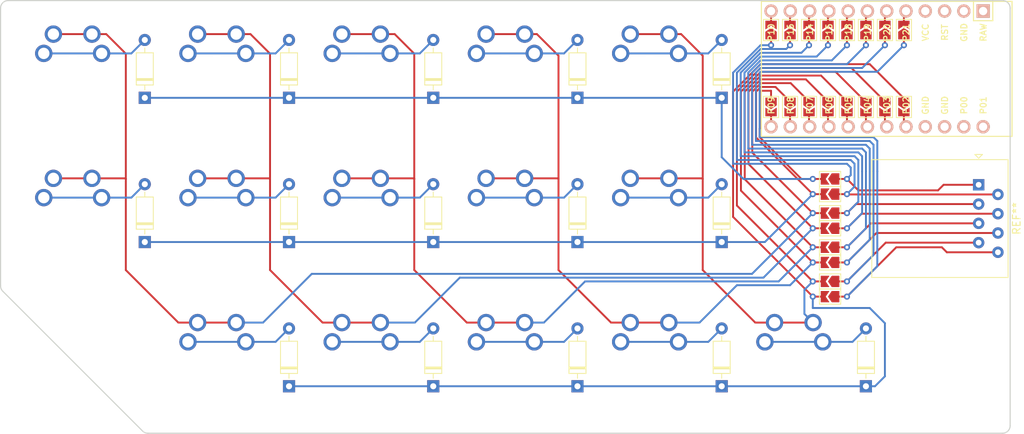
<source format=kicad_pcb>
(kicad_pcb (version 20211014) (generator pcbnew)
  (title_block (title "skinflint") (rev "v1.0.0") (company "Unknown"))
  (layers (0 "F.Cu" signal) (31 "B.Cu" signal) (34 "B.Paste" user) (35 "F.Paste" user) (36 "B.SilkS" user "B.Silkscreen") (37 "F.SilkS" user "F.Silkscreen") (38 "B.Mask" user) (39 "F.Mask" user) (44 "Edge.Cuts" user))
  (net 0 "")
  (net 1 "colnet1")
  (net 2 "rownet1")
  (net 3 "rownet2")
  (net 4 "rownet3")
  (net 5 "colnet2")
  (net 6 "colnet3")
  (net 7 "colnet4")
  (net 8 "colnet5")
  (net 9 "RAW")
  (net 10 "GND")
  (net 11 "RST")
  (net 12 "VCC")
  (net 13 "P1")
  (net 14 "P0")
  (footprint "Diode_THT:D_DO-35_SOD27_P7.62mm_Horizontal" (layer "F.Cu") (at 85.5 -34.69 90)
    (fp_text reference "R" hide)
    (fp_text value "d" hide)
  )
  (footprint "Jumper:SolderJumper-2_P1.3mm_Open_TrianglePad1.0x1.5mm" (layer "F.Cu") (at 102.002 -33.481889 -90)
    (fp_text reference "r" hide)
    (fp_text value "Jump" hide)
  )
  (footprint "Diode_THT:D_DO-35_SOD27_P7.62mm_Horizontal" (layer "F.Cu") (at 47.5 -15.69 90)
    (fp_text reference "R" hide)
    (fp_text value "d" hide)
  )
  (footprint "MX" (layer "F.Cu") (at 57 -38)
    (fp_text reference "S12" hide)
    (fp_text value "" hide)
  )
  (footprint "Diode_THT:D_DO-35_SOD27_P7.62mm_Horizontal" (layer "F.Cu") (at 66.5 -34.69 90)
    (fp_text reference "R" hide)
    (fp_text value "d" hide)
  )
  (footprint "Jumper:SolderJumper-2_P1.3mm_Open_TrianglePad1.0x1.5mm" (layer "F.Cu") (at 99.775 -22 180)
    (fp_text reference "R" hide)
    (fp_text value "Jump" hide)
  )
  (footprint "MX" (layer "F.Cu") (at 76 -19)
    (fp_text reference "S14" hide)
    (fp_text value "" hide)
  )
  (footprint "Jumper:SolderJumper-2_P1.3mm_Open_TrianglePad1.0x1.5mm" (layer "F.Cu") (at 107.002 -43.62 90)
    (fp_text reference "r" hide)
    (fp_text value "Jump" hide)
  )
  (footprint "Jumper:SolderJumper-2_P1.3mm_Open_TrianglePad1.0x1.5mm" (layer "F.Cu") (at 94.502 -33.481889 -90)
    (fp_text reference "r" hide)
    (fp_text value "Jump" hide)
  )
  (footprint "Diode_THT:D_DO-35_SOD27_P7.62mm_Horizontal" (layer "F.Cu") (at 9.5 -15.69 90)
    (fp_text reference "R" hide)
    (fp_text value "d" hide)
  )
  (footprint "ProMicro" (layer "F.Cu") (at 105.97 -38.5 180)
    (fp_text reference "MCU1" hide)
    (fp_text value "" hide)
  )
  (footprint "Jumper:SolderJumper-2_P1.3mm_Open_TrianglePad1.0x1.5mm" (layer "F.Cu") (at 99.775 -19.5 180)
    (fp_text reference "R" hide)
    (fp_text value "Jump" hide)
  )
  (footprint "MX" (layer "F.Cu") (at 19 -19)
    (fp_text reference "S5" hide)
    (fp_text value "" hide)
  )
  (footprint "Jumper:SolderJumper-2_P1.3mm_Open_TrianglePad1.0x1.5mm" (layer "F.Cu") (at 99.775 -15 180)
    (fp_text reference "R" hide)
    (fp_text value "Jump" hide)
  )
  (footprint "Jumper:SolderJumper-2_P1.3mm_Open_TrianglePad1.0x1.5mm" (layer "F.Cu") (at 109.502 -43.62 90)
    (fp_text reference "r" hide)
    (fp_text value "Jump" hide)
  )
  (footprint "Diode_THT:D_DO-35_SOD27_P7.62mm_Horizontal" (layer "F.Cu") (at 66.5 3.31 90)
    (fp_text reference "R" hide)
    (fp_text value "d" hide)
  )
  (footprint "Diode_THT:D_DO-35_SOD27_P7.62mm_Horizontal" (layer "F.Cu") (at 28.5 -15.69 90)
    (fp_text reference "R" hide)
    (fp_text value "d" hide)
  )
  (footprint "MX" (layer "F.Cu") (at 0 -19)
    (fp_text reference "S2" hide)
    (fp_text value "" hide)
  )
  (footprint "Jumper:SolderJumper-2_P1.3mm_Open_TrianglePad1.0x1.5mm" (layer "F.Cu") (at 97.002 -43.62 90)
    (fp_text reference "r" hide)
    (fp_text value "Jump" hide)
  )
  (footprint "MX" (layer "F.Cu") (at 19 0)
    (fp_text reference "S1" hide)
    (fp_text value "" hide)
  )
  (footprint "Jumper:SolderJumper-2_P1.3mm_Open_TrianglePad1.0x1.5mm" (layer "F.Cu") (at 104.502 -43.62 90)
    (fp_text reference "r" hide)
    (fp_text value "Jump" hide)
  )
  (footprint "Jumper:SolderJumper-2_P1.3mm_Open_TrianglePad1.0x1.5mm" (layer "F.Cu") (at 102.002 -43.62 90)
    (fp_text reference "r" hide)
    (fp_text value "Jump" hide)
  )
  (footprint "Jumper:SolderJumper-2_P1.3mm_Open_TrianglePad1.0x1.5mm" (layer "F.Cu") (at 107.002 -33.481889 -90)
    (fp_text reference "r" hide)
    (fp_text value "Jump" hide)
  )
  (footprint "MX" (layer "F.Cu") (at 38 -38)
    (fp_text reference "S9" hide)
    (fp_text value "" hide)
  )
  (footprint "Jumper:SolderJumper-2_P1.3mm_Open_TrianglePad1.0x1.5mm" (layer "F.Cu") (at 99.775 -17.5 180)
    (fp_text reference "R" hide)
    (fp_text value "Jump" hide)
  )
  (footprint "Jumper:SolderJumper-2_P1.3mm_Open_TrianglePad1.0x1.5mm" (layer "F.Cu") (at 109.502 -33.481889 -90)
    (fp_text reference "r" hide)
    (fp_text value "Jump" hide)
  )
  (footprint "MX" (layer "F.Cu") (at 57 -19)
    (fp_text reference "S11" hide)
    (fp_text value "" hide)
  )
  (footprint "Diode_THT:D_DO-35_SOD27_P7.62mm_Horizontal" (layer "F.Cu") (at 28.5 3.31 90)
    (fp_text reference "R" hide)
    (fp_text value "d" hide)
  )
  (footprint "MX" (layer "F.Cu") (at 38 0)
    (fp_text reference "S4" hide)
    (fp_text value "" hide)
  )
  (footprint "Jumper:SolderJumper-2_P1.3mm_Open_TrianglePad1.0x1.5mm" (layer "F.Cu") (at 94.502 -43.62 90)
    (fp_text reference "r" hide)
    (fp_text value "Jump" hide)
  )
  (footprint "Jumper:SolderJumper-2_P1.3mm_Open_TrianglePad1.0x1.5mm" (layer "F.Cu") (at 99.775 -8.5 180)
    (fp_text reference "R" hide)
    (fp_text value "Jump" hide)
  )
  (footprint "Jumper:SolderJumper-2_P1.3mm_Open_TrianglePad1.0x1.5mm" (layer "F.Cu") (at 99.502 -43.62 90)
    (fp_text reference "r" hide)
    (fp_text value "Jump" hide)
  )
  (footprint "Diode_THT:D_DO-35_SOD27_P7.62mm_Horizontal" (layer "F.Cu") (at 85.5 -15.69 90)
    (fp_text reference "R" hide)
    (fp_text value "d" hide)
  )
  (footprint "Diode_THT:D_DO-35_SOD27_P7.62mm_Horizontal" (layer "F.Cu") (at 47.5 -34.69 90)
    (fp_text reference "R" hide)
    (fp_text value "d" hide)
  )
  (footprint "Connector_RJ:RJ45_Amphenol_54602-x08_Horizontal" (layer "F.Cu") (at 119.35 -23.23 -90)
    (fp_text reference "REF**")
    (fp_text value "RJ45_Amphenol_54602-x08_Horizontal")
  )
  (footprint "Diode_THT:D_DO-35_SOD27_P7.62mm_Horizontal" (layer "F.Cu") (at 47.5 3.31 90)
    (fp_text reference "R" hide)
    (fp_text value "d" hide)
  )
  (footprint "Diode_THT:D_DO-35_SOD27_P7.62mm_Horizontal" (layer "F.Cu") (at 28.5 -34.69 90)
    (fp_text reference "R" hide)
    (fp_text value "d" hide)
  )
  (footprint "MX" (layer "F.Cu") (at 57 0)
    (fp_text reference "S7" hide)
    (fp_text value "" hide)
  )
  (footprint "Jumper:SolderJumper-2_P1.3mm_Open_TrianglePad1.0x1.5mm" (layer "F.Cu") (at 92.002 -33.481889 -90)
    (fp_text reference "r" hide)
    (fp_text value "Jump" hide)
  )
  (footprint "Diode_THT:D_DO-35_SOD27_P7.62mm_Horizontal" (layer "F.Cu") (at 104.5 3.31 90)
    (fp_text reference "R" hide)
    (fp_text value "d" hide)
  )
  (footprint "MX" (layer "F.Cu") (at 0 -38)
    (fp_text reference "S3" hide)
    (fp_text value "" hide)
  )
  (footprint "Diode_THT:D_DO-35_SOD27_P7.62mm_Horizontal" (layer "F.Cu") (at 9.5 -34.69 90)
    (fp_text reference "R" hide)
    (fp_text value "d" hide)
  )
  (footprint "MX" (layer "F.Cu") (at 38 -19)
    (fp_text reference "S8" hide)
    (fp_text value "" hide)
  )
  (footprint "MX" (layer "F.Cu") (at 76 -38)
    (fp_text reference "S15" hide)
    (fp_text value "" hide)
  )
  (footprint "Jumper:SolderJumper-2_P1.3mm_Open_TrianglePad1.0x1.5mm" (layer "F.Cu") (at 104.502 -33.481889 -90)
    (fp_text reference "r" hide)
    (fp_text value "Jump" hide)
  )
  (footprint "Jumper:SolderJumper-2_P1.3mm_Open_TrianglePad1.0x1.5mm" (layer "F.Cu") (at 97.002 -33.481889 -90)
    (fp_text reference "r" hide)
    (fp_text value "Jump" hide)
  )
  (footprint "Jumper:SolderJumper-2_P1.3mm_Open_TrianglePad1.0x1.5mm" (layer "F.Cu") (at 99.775 -24 180)
    (fp_text reference "R" hide)
    (fp_text value "Jump" hide)
  )
  (footprint "Jumper:SolderJumper-2_P1.3mm_Open_TrianglePad1.0x1.5mm" (layer "F.Cu") (at 92.002 -43.62 90)
    (fp_text reference "r" hide)
    (fp_text value "Jump" hide)
  )
  (footprint "Jumper:SolderJumper-2_P1.3mm_Open_TrianglePad1.0x1.5mm" (layer "F.Cu") (at 99.775 -13 180)
    (fp_text reference "R" hide)
    (fp_text value "Jump" hide)
  )
  (footprint "MX" (layer "F.Cu") (at 19 -38)
    (fp_text reference "S6" hide)
    (fp_text value "" hide)
  )
  (footprint "Diode_THT:D_DO-35_SOD27_P7.62mm_Horizontal" (layer "F.Cu") (at 66.5 -15.69 90)
    (fp_text reference "R" hide)
    (fp_text value "d" hide)
  )
  (footprint "MX" (layer "F.Cu") (at 95 0)
    (fp_text reference "S13" hide)
    (fp_text value "" hide)
  )
  (footprint "MX" (layer "F.Cu") (at 76 0)
    (fp_text reference "S10" hide)
    (fp_text value "" hide)
  )
  (footprint "Diode_THT:D_DO-35_SOD27_P7.62mm_Horizontal" (layer "F.Cu") (at 85.5 3.31 90)
    (fp_text reference "R" hide)
    (fp_text value "d" hide)
  )
  (footprint "Jumper:SolderJumper-2_P1.3mm_Open_TrianglePad1.0x1.5mm" (layer "F.Cu") (at 99.775 -10.5 180)
    (fp_text reference "R" hide)
    (fp_text value "Jump" hide)
  )
  (footprint "Jumper:SolderJumper-2_P1.3mm_Open_TrianglePad1.0x1.5mm" (layer "F.Cu") (at 99.502 -33.481889 -90)
    (fp_text reference "r" hide)
    (fp_text value "Jump" hide)
  )
  (gr_arc (start 123.5 8.5) (mid 123.207107 9.207107) (end 122.5 9.5) (layer "Edge.Cuts") (width 0.15))
  (gr_line (start -8.5 -47.5) (end 122.5 -47.5) (layer "Edge.Cuts") (width 0.15))
  (gr_arc (start -9.207107 -9.207107) (mid -9.42388 -9.53153) (end -9.5 -9.914214) (layer "Edge.Cuts") (width 0.15))
  (gr_line (start 123.5 -46.5) (end 123.5 8.5) (layer "Edge.Cuts") (width 0.15))
  (gr_line (start 9.207107 9.207107) (end -9.207107 -9.207107) (layer "Edge.Cuts") (width 0.15))
  (gr_arc (start -9.5 -46.5) (mid -9.207107 -47.207107) (end -8.5 -47.5) (layer "Edge.Cuts") (width 0.15))
  (gr_arc (start 122.5 -47.5) (mid 123.207107 -47.207107) (end 123.5 -46.5) (layer "Edge.Cuts") (width 0.15))
  (gr_line (start 122.5 9.5) (end 9.914214 9.5) (layer "Edge.Cuts") (width 0.15))
  (gr_arc (start 9.914214 9.5) (mid 9.531531 9.42388) (end 9.207107 9.207107) (layer "Edge.Cuts") (width 0.15))
  (gr_line (start -9.5 -9.914214) (end -9.5 -46.5) (layer "Edge.Cuts") (width 0.15))
  (segment (start 107.002 -32.756889) (end 107.002 -31.118) (width 0.25) (layer "F.Cu") (net 0))
  (segment (start 99.502 -46.002) (end 99.62 -46.12) (width 0.25) (layer "F.Cu") (net 0))
  (segment (start 102.002 -31.038) (end 102.16 -30.88) (width 0.25) (layer "F.Cu") (net 0))
  (segment (start 121.89 -16.88) (end 105.88 -16.88) (width 0.25) (layer "F.Cu") (net 0))
  (segment (start 109.502 -32.756889) (end 109.502 -31.158) (width 0.25) (layer "F.Cu") (net 0))
  (segment (start 94.502 -32.756889) (end 94.502 -30.918) (width 0.25) (layer "F.Cu") (net 0))
  (segment (start 114.5 -15) (end 108.5 -15) (width 0.25) (layer "F.Cu") (net 0))
  (segment (start 119.35 -20.69) (end 103.19 -20.69) (width 0.25) (layer "F.Cu") (net 0))
  (segment (start 104.502 -45.922) (end 104.7 -46.12) (width 0.25) (layer "F.Cu") (net 0))
  (segment (start 99.502 -42.895) (end 99.502 -41.62) (width 0.25) (layer "F.Cu") (net 0))
  (segment (start 94.502 -30.918) (end 94.54 -30.88) (width 0.25) (layer "F.Cu") (net 0))
  (segment (start 104.502 -31.078) (end 104.7 -30.88) (width 0.25) (layer "F.Cu") (net 0))
  (segment (start 105.15 -18.15) (end 102 -15) (width 0.25) (layer "F.Cu") (net 0))
  (segment (start 92.002 -30.882) (end 92 -30.88) (width 0.25) (layer "F.Cu") (net 0))
  (segment (start 99.502 -44.345) (end 99.502 -46.002) (width 0.25) (layer "F.Cu") (net 0))
  (segment (start 102.002 -42.895) (end 102.002 -41.62) (width 0.25) (layer "F.Cu") (net 0))
  (segment (start 100.5 -24) (end 102 -24) (width 0.25) (layer "F.Cu") (net 0))
  (segment (start 100.5 -19.5) (end 102 -19.5) (width 0.25) (layer "F.Cu") (net 0))
  (segment (start 92.002 -42.895) (end 92.002 -41.62) (width 0.25) (layer "F.Cu") (net 0))
  (segment (start 102.002 -32.756889) (end 102.002 -31.038) (width 0.25) (layer "F.Cu") (net 0))
  (segment (start 108.5 -15) (end 102 -8.5) (width 0.25) (layer "F.Cu") (net 0))
  (segment (start 107.11 -15.61) (end 102 -10.5) (width 0.25) (layer "F.Cu") (net 0))
  (segment (start 97.002 -46.042) (end 97.08 -46.12) (width 0.25) (layer "F.Cu") (net 0))
  (segment (start 121.89 -14.34) (end 115.16 -14.34) (width 0.25) (layer "F.Cu") (net 0))
  (segment (start 100.5 -17.5) (end 102 -17.5) (width 0.25) (layer "F.Cu") (net 0))
  (segment (start 92.002 -32.756889) (end 92.002 -30.882) (width 0.25) (layer "F.Cu") (net 0))
  (segment (start 105.88 -16.88) (end 102 -13) (width 0.25) (layer "F.Cu") (net 0))
  (segment (start 121.89 -19.42) (end 103.92 -19.42) (width 0.25) (layer "F.Cu") (net 0))
  (segment (start 119.35 -23.23) (end 114.73 -23.23) (width 0.25) (layer "F.Cu") (net 0))
  (segment (start 109.502 -42.895) (end 109.502 -41.62) (width 0.25) (layer "F.Cu") (net 0))
  (segment (start 104.502 -44.345) (end 104.502 -45.922) (width 0.25) (layer "F.Cu") (net 0))
  (segment (start 119.35 -18.15) (end 105.15 -18.15) (width 0.25) (layer "F.Cu") (net 0))
  (segment (start 99.502 -32.756889) (end 99.502 -30.998) (width 0.25) (layer "F.Cu") (net 0))
  (segment (start 103.92 -19.42) (end 102 -17.5) (width 0.25) (layer "F.Cu") (net 0))
  (segment (start 119.35 -15.61) (end 107.11 -15.61) (width 0.25) (layer "F.Cu") (net 0))
  (segment (start 114.73 -23.23) (end 114 -22.5) (width 0.25) (layer "F.Cu") (net 0))
  (segment (start 94.502 -46.082) (end 94.54 -46.12) (width 0.25) (layer "F.Cu") (net 0))
  (segment (start 100.5 -10.5) (end 102 -10.5) (width 0.25) (layer "F.Cu") (net 0))
  (segment (start 102.002 -45.962) (end 102.16 -46.12) (width 0.25) (layer "F.Cu") (net 0))
  (segment (start 107.002 -45.882) (end 107.24 -46.12) (width 0.25) (layer "F.Cu") (net 0))
  (segment (start 109.502 -31.158) (end 109.78 -30.88) (width 0.25) (layer "F.Cu") (net 0))
  (segment (start 100.5 -22) (end 102 -22) (width 0.25) (layer "F.Cu") (net 0))
  (segment (start 102.04 -21.96) (end 102 -22) (width 0.25) (layer "F.Cu") (net 0))
  (segment (start 104.502 -42.895) (end 104.502 -41.62) (width 0.25) (layer "F.Cu") (net 0))
  (segment (start 97.002 -32.756889) (end 97.002 -30.958) (width 0.25) (layer "F.Cu") (net 0))
  (segment (start 114 -22.5) (end 103.5 -22.5) (width 0.25) (layer "F.Cu") (net 0))
  (segment (start 115.16 -14.34) (end 114.5 -15) (width 0.25) (layer "F.Cu") (net 0))
  (segment (start 100.5 -15) (end 102 -15) (width 0.25) (layer "F.Cu") (net 0))
  (segment (start 103.5 -22.5) (end 102 -24) (width 0.25) (layer "F.Cu") (net 0))
  (segment (start 97.002 -42.895) (end 97.002 -41.62) (width 0.25) (layer "F.Cu") (net 0))
  (segment (start 97.002 -30.958) (end 97.08 -30.88) (width 0.25) (layer "F.Cu") (net 0))
  (segment (start 109.502 -45.842) (end 109.78 -46.12) (width 0.25) (layer "F.Cu") (net 0))
  (segment (start 92.002 -44.345) (end 92.002 -46.118) (width 0.25) (layer "F.Cu") (net 0))
  (segment (start 121.89 -21.96) (end 102.04 -21.96) (width 0.25) (layer "F.Cu") (net 0))
  (segment (start 97.002 -44.345) (end 97.002 -46.042) (width 0.25) (layer "F.Cu") (net 0))
  (segment (start 103.19 -20.69) (end 102 -19.5) (width 0.25) (layer "F.Cu") (net 0))
  (segment (start 104.502 -32.756889) (end 104.502 -31.078) (width 0.25) (layer "F.Cu") (net 0))
  (segment (start 107.002 -42.895) (end 107.002 -41.62) (width 0.25) (layer "F.Cu") (net 0))
  (segment (start 107.002 -31.118) (end 107.24 -30.88) (width 0.25) (layer "F.Cu") (net 0))
  (segment (start 107.002 -44.345) (end 107.002 -45.882) (width 0.25) (layer "F.Cu") (net 0))
  (segment (start 92.002 -46.118) (end 92 -46.12) (width 0.25) (layer "F.Cu") (net 0))
  (segment (start 102.002 -44.345) (end 102.002 -45.962) (width 0.25) (layer "F.Cu") (net 0))
  (segment (start 99.502 -30.998) (end 99.62 -30.88) (width 0.25) (layer "F.Cu") (net 0))
  (segment (start 94.502 -44.345) (end 94.502 -46.082) (width 0.25) (layer "F.Cu") (net 0))
  (segment (start 100.5 -13) (end 102 -13) (width 0.25) (layer "F.Cu") (net 0))
  (segment (start 94.502 -42.895) (end 94.502 -41.62) (width 0.25) (layer "F.Cu") (net 0))
  (segment (start 109.502 -44.345) (end 109.502 -45.842) (width 0.25) (layer "F.Cu") (net 0))
  (segment (start 100.5 -8.5) (end 102 -8.5) (width 0.25) (layer "F.Cu") (net 0))
  (via (at 102 -24) (size 0.8) (drill 0.4) (layers "F.Cu" "B.Cu") (net 0))
  (via (at 102.002 -41.62) (size 0.8) (drill 0.4) (layers "F.Cu" "B.Cu") (net 0))
  (via (at 102 -19.5) (size 0.8) (drill 0.4) (layers "F.Cu" "B.Cu") (net 0))
  (via (at 104.502 -41.62) (size 0.8) (drill 0.4) (layers "F.Cu" "B.Cu") (net 0))
  (via (at 102 -22) (size 0.8) (drill 0.4) (layers "F.Cu" "B.Cu") (net 0))
  (via (at 102 -10.5) (size 0.8) (drill 0.4) (layers "F.Cu" "B.Cu") (net 0))
  (via (at 102 -17.5) (size 0.8) (drill 0.4) (layers "F.Cu" "B.Cu") (net 0))
  (via (at 109.502 -41.62) (size 0.8) (drill 0.4) (layers "F.Cu" "B.Cu") (net 0))
  (via (at 102 -8.5) (size 0.8) (drill 0.4) (layers "F.Cu" "B.Cu") (net 0))
  (via (at 99.502 -41.62) (size 0.8) (drill 0.4) (layers "F.Cu" "B.Cu") (net 0))
  (via (at 102 -13) (size 0.8) (drill 0.4) (layers "F.Cu" "B.Cu") (net 0))
  (via (at 92.002 -41.62) (size 0.8) (drill 0.4) (layers "F.Cu" "B.Cu") (net 0))
  (via (at 97.002 -41.62) (size 0.8) (drill 0.4) (layers "F.Cu" "B.Cu") (net 0))
  (via (at 94.502 -41.62) (size 0.8) (drill 0.4) (layers "F.Cu" "B.Cu") (net 0))
  (via (at 107.002 -41.62) (size 0.8) (drill 0.4) (layers "F.Cu" "B.Cu") (net 0))
  (via (at 102 -15) (size 0.8) (drill 0.4) (layers "F.Cu" "B.Cu") (net 0))
  (segment (start 105.5 -29.5) (end 106 -29) (width 0.25) (layer "B.Cu") (net 0))
  (segment (start 105 -29) (end 105.5 -28.5) (width 0.25) (layer "B.Cu") (net 0))
  (segment (start 103 -23) (end 103 -26) (width 0.25) (layer "B.Cu") (net 0))
  (segment (start 102 -17.5) (end 104 -19.5) (width 0.25) (layer "B.Cu") (net 0))
  (segment (start 102 -10.5) (end 105.5 -14) (width 0.25) (layer "B.Cu") (net 0))
  (segment (start 98.002 -40.12) (end 90.62 -40.12) (width 0.25) (layer "B.Cu") (net 0))
  (segment (start 90.62 -39.12) (end 102.002 -39.12) (width 0.25) (layer "B.Cu") (net 0))
  (segment (start 106 -12.5) (end 106 -25) (width 0.25) (layer "B.Cu") (net 0))
  (segment (start 106.002 -38.12) (end 90.62 -38.12) (width 0.25) (layer "B.Cu") (net 0))
  (segment (start 87 -26) (end 87 -38) (width 0.25) (layer "B.Cu") (net 0))
  (segment (start 90.62 -40.12) (end 90.5 -40) (width 0.25) (layer "B.Cu") (net 0))
  (segment (start 90.62 -40.62) (end 96.002 -40.62) (width 0.25) (layer "B.Cu") (net 0))
  (segment (start 100.002 -39.62) (end 90.62 -39.62) (width 0.25) (layer "B.Cu") (net 0))
  (segment (start 104.002 -38.62) (end 90.62 -38.62) (width 0.25) (layer "B.Cu") (net 0))
  (segment (start 102.5 -26.5) (end 87.5 -26.5) (width 0.25) (layer "B.Cu") (net 0))
  (segment (start 105.5 -14) (end 105.5 -25) (width 0.25) (layer "B.Cu") (net 0))
  (segment (start 90.62 -41.62) (end 92.002 -41.62) (width 0.25) (layer "B.Cu") (net 0))
  (segment (start 96.002 -40.62) (end 97.002 -41.62) (width 0.25) (layer "B.Cu") (net 0))
  (segment (start 102 -22) (end 103 -23) (width 0.25) (layer "B.Cu") (net 0))
  (segment (start 104 -19.5) (end 104 -25) (width 0.25) (layer "B.Cu") (net 0))
  (segment (start 102.002 -39.12) (end 104.502 -41.62) (width 0.25) (layer "B.Cu") (net 0))
  (segment (start 103 -27) (end 88 -27) (width 0.25) (layer "B.Cu") (net 0))
  (segment (start 102 -13) (end 105 -16) (width 0.25) (layer "B.Cu") (net 0))
  (segment (start 87.5 -38) (end 90.62 -41.12) (width 0.25) (layer "B.Cu") (net 0))
  (segment (start 94.002 -41.12) (end 94.502 -41.62) (width 0.25) (layer "B.Cu") (net 0))
  (segment (start 106 -29) (end 106 -25) (width 0.25) (layer "B.Cu") (net 0))
  (segment (start 103.5 -26.5) (end 103 -27) (width 0.25) (layer "B.Cu") (net 0))
  (segment (start 87 -38) (end 90.62 -41.62) (width 0.25) (layer "B.Cu") (net 0))
  (segment (start 88 -38) (end 90.62 -40.62) (width 0.25) (layer "B.Cu") (net 0))
  (segment (start 102 -15) (end 104.5 -17.5) (width 0.25) (layer "B.Cu") (net 0))
  (segment (start 88.5 -38) (end 90.5 -40) (width 0.25) (layer "B.Cu") (net 0))
  (segment (start 102 -24) (end 102.5 -24.5) (width 0.25) (layer "B.Cu") (net 0))
  (segment (start 103.5 -27.5) (end 88.5 -27.5) (width 0.25) (layer "B.Cu") (net 0))
  (segment (start 104 -28) (end 89 -28) (width 0.25) (layer "B.Cu") (net 0))
  (segment (start 104.5 -27.5) (end 104 -28) (width 0.25) (layer "B.Cu") (net 0))
  (segment (start 104 -25) (end 104 -27) (width 0.25) (layer "B.Cu") (net 0))
  (segment (start 90.62 -41.12) (end 94.002 -41.12) (width 0.25) (layer "B.Cu") (net 0))
  (segment (start 90.5 -38.5) (end 90 -38) (width 0.25) (layer "B.Cu") (net 0))
  (segment (start 102 -8.5) (end 106 -12.5) (width 0.25) (layer "B.Cu") (net 0))
  (segment (start 102.5 -24.5) (end 102.5 -25.5) (width 0.25) (layer "B.Cu") (net 0))
  (segment (start 105 -28) (end 104.5 -28.5) (width 0.25) (layer "B.Cu") (net 0))
  (segment (start 87.5 -26.5) (end 87.5 -38) (width 0.25) (layer "B.Cu") (net 0))
  (segment (start 104.5 -17.5) (end 104.5 -25) (width 0.25) (layer "B.Cu") (net 0))
  (segment (start 89.5 -38) (end 90.62 -39.12) (width 0.25) (layer "B.Cu") (net 0))
  (segment (start 109.502 -41.62) (end 106.002 -38.12) (width 0.25) (layer "B.Cu") (net 0))
  (segment (start 88 -27) (end 88 -38) (width 0.25) (layer "B.Cu") (net 0))
  (segment (start 88.5 -27.5) (end 88.5 -38) (width 0.25) (layer "B.Cu") (net 0))
  (segment (start 102.5 -25.5) (end 102 -26) (width 0.25) (layer "B.Cu") (net 0))
  (segment (start 89 -38) (end 90.5 -39.5) (width 0.25) (layer "B.Cu") (net 0))
  (segment (start 105 -16) (end 105 -28) (width 0.25) (layer "B.Cu") (net 0))
  (segment (start 107.002 -41.62) (end 104.002 -38.62) (width 0.25) (layer "B.Cu") (net 0))
  (segment (start 89.5 -28.5) (end 89.5 -38) (width 0.25) (layer "B.Cu") (net 0))
  (segment (start 90.5 -29.5) (end 105.5 -29.5) (width 0.25) (layer "B.Cu") (net 0))
  (segment (start 90.5 -38) (end 90.5 -29.5) (width 0.25) (layer "B.Cu") (net 0))
  (segment (start 90.62 -38.12) (end 90.5 -38) (width 0.25) (layer "B.Cu") (net 0))
  (segment (start 102.002 -41.62) (end 100.002 -39.62) (width 0.25) (layer "B.Cu") (net 0))
  (segment (start 90.62 -38.62) (end 90.5 -38.5) (width 0.25) (layer "B.Cu") (net 0))
  (segment (start 90 -38) (end 90 -29) (width 0.25) (layer "B.Cu") (net 0))
  (segment (start 103 -26) (end 102.5 -26.5) (width 0.25) (layer "B.Cu") (net 0))
  (segment (start 102 -19.5) (end 103.5 -21) (width 0.25) (layer "B.Cu") (net 0))
  (segment (start 102 -26) (end 87 -26) (width 0.25) (layer "B.Cu") (net 0))
  (segment (start 90 -29) (end 105 -29) (width 0.25) (layer "B.Cu") (net 0))
  (segment (start 105.5 -28.5) (end 105.5 -25) (width 0.25) (layer "B.Cu") (net 0))
  (segment (start 103.5 -21) (end 103.5 -26.5) (width 0.25) (layer "B.Cu") (net 0))
  (segment (start 89 -28) (end 89 -38) (width 0.25) (layer "B.Cu") (net 0))
  (segment (start 99.502 -41.62) (end 98.002 -40.12) (width 0.25) (layer "B.Cu") (net 0))
  (segment (start 104.5 -25) (end 104.5 -27.5) (width 0.25) (layer "B.Cu") (net 0))
  (segment (start 104 -27) (end 103.5 -27.5) (width 0.25) (layer "B.Cu") (net 0))
  (segment (start 90.62 -39.62) (end 90.5 -39.5) (width 0.25) (layer "B.Cu") (net 0))
  (segment (start 104.5 -28.5) (end 89.5 -28.5) (width 0.25) (layer "B.Cu") (net 0))
  (segment (start 94.588889 -36.62) (end 90.654 -36.62) (width 0.25) (layer "F.Cu") (net 1))
  (segment (start 2.54 -43.08) (end -2.54 -43.08) (width 0.25) (layer "F.Cu") (net 1))
  (segment (start 4.42 -43.08) (end 7 -40.5) (width 0.25) (layer "F.Cu") (net 1))
  (segment (start 2.54 -24.08) (end -2.54 -24.08) (width 0.25) (layer "F.Cu") (net 1))
  (segment (start 7 -24) (end 7 -12) (width 0.25) (layer "F.Cu") (net 1))
  (segment (start 89.534 -27.466) (end 97.5 -19.5) (width 0.25) (layer "F.Cu") (net 1))
  (segment (start 13.92 -5.08) (end 16.46 -5.08) (width 0.25) (layer "F.Cu") (net 1))
  (segment (start 7 -40.5) (end 7 -24) (width 0.25) (layer "F.Cu") (net 1))
  (segment (start 7 -12) (end 13.92 -5.08) (width 0.25) (layer "F.Cu") (net 1))
  (segment (start 97.002 -34.206889) (end 94.588889 -36.62) (width 0.25) (layer "F.Cu") (net 1))
  (segment (start 90.654 -36.62) (end 89.534 -35.5) (width 0.25) (layer "F.Cu") (net 1))
  (segment (start 2.54 -24.08) (end 6.92 -24.08) (width 0.25) (layer "F.Cu") (net 1))
  (segment (start 6.92 -24.08) (end 7 -24) (width 0.25) (layer "F.Cu") (net 1))
  (segment (start 2.54 -43.08) (end 4.42 -43.08) (width 0.25) (layer "F.Cu") (net 1))
  (segment (start 99.05 -19.5) (end 97.5 -19.5) (width 0.25) (layer "F.Cu") (net 1))
  (segment (start 89.534 -35.5) (end 89.534 -27.466) (width 0.25) (layer "F.Cu") (net 1))
  (segment (start 21.54 -5.08) (end 16.46 -5.08) (width 0.25) (layer "F.Cu") (net 1))
  (via (at 97.5 -19.5) (size 0.8) (drill 0.4) (layers "F.Cu" "B.Cu") (net 1))
  (segment (start 25.08 -5.08) (end 31.5 -11.5) (width 0.25) (layer "B.Cu") (net 1))
  (segment (start 89.5 -11.5) (end 97.5 -19.5) (width 0.25) (layer "B.Cu") (net 1))
  (segment (start 31.5 -11.5) (end 89.5 -11.5) (width 0.25) (layer "B.Cu") (net 1))
  (segment (start 21.54 -5.08) (end 25.08 -5.08) (width 0.25) (layer "B.Cu") (net 1))
  (segment (start 99.05 -8.5) (end 97.5 -8.5) (width 0.25) (layer "F.Cu") (net 2))
  (segment (start 87 -35.5) (end 87 -19) (width 0.25) (layer "F.Cu") (net 2))
  (segment (start 90.62 -39.12) (end 87 -35.5) (width 0.25) (layer "F.Cu") (net 2))
  (segment (start 105.002 -39.12) (end 90.62 -39.12) (width 0.25) (layer "F.Cu") (net 2))
  (segment (start 87 -19) (end 97.5 -8.5) (width 0.25) (layer "F.Cu") (net 2))
  (segment (start 109.502 -34.62) (end 105.002 -39.12) (width 0.25) (layer "F.Cu") (net 2))
  (segment (start 109.502 -34.206889) (end 109.502 -34.62) (width 0.25) (layer "F.Cu") (net 2))
  (via (at 97.5 -8.5) (size 0.8) (drill 0.4) (layers "F.Cu" "B.Cu") (net 2))
  (segment (start 41.81 -2.54) (end 45.73 -2.54) (width 0.25) (layer "B.Cu") (net 2))
  (segment (start 107 -5) (end 105 -7) (width 0.25) (layer "B.Cu") (net 2))
  (segment (start 15.19 -2.54) (end 22.81 -2.54) (width 0.25) (layer "B.Cu") (net 2))
  (segment (start 26.73 -2.54) (end 28.5 -4.31) (width 0.25) (layer "B.Cu") (net 2))
  (segment (start 102.73 -2.54) (end 104.5 -4.31) (width 0.25) (layer "B.Cu") (net 2))
  (segment (start 79.81 -2.54) (end 83.73 -2.54) (width 0.25) (layer "B.Cu") (net 2))
  (segment (start 107 2) (end 107 -5) (width 0.25) (layer "B.Cu") (net 2))
  (segment (start 97.5 -7) (end 97.5 -8.5) (width 0.25) (layer "B.Cu") (net 2))
  (segment (start 47.5 3.31) (end 66.5 3.31) (width 0.25) (layer "B.Cu") (net 2))
  (segment (start 72.19 -2.54) (end 79.81 -2.54) (width 0.25) (layer "B.Cu") (net 2))
  (segment (start 22.81 -2.54) (end 26.73 -2.54) (width 0.25) (layer "B.Cu") (net 2))
  (segment (start 66.5 3.31) (end 85.5 3.31) (width 0.25) (layer "B.Cu") (net 2))
  (segment (start 60.81 -2.54) (end 64.73 -2.54) (width 0.25) (layer "B.Cu") (net 2))
  (segment (start 98.81 -2.54) (end 102.73 -2.54) (width 0.25) (layer "B.Cu") (net 2))
  (segment (start 64.73 -2.54) (end 66.5 -4.31) (width 0.25) (layer "B.Cu") (net 2))
  (segment (start 83.73 -2.54) (end 85.5 -4.31) (width 0.25) (layer "B.Cu") (net 2))
  (segment (start 34.19 -2.54) (end 41.81 -2.54) (width 0.25) (layer "B.Cu") (net 2))
  (segment (start 91.19 -2.54) (end 98.81 -2.54) (width 0.25) (layer "B.Cu") (net 2))
  (segment (start 104.5 3.31) (end 105.69 3.31) (width 0.25) (layer "B.Cu") (net 2))
  (segment (start 28.5 3.31) (end 47.5 3.31) (width 0.25) (layer "B.Cu") (net 2))
  (segment (start 105 -7) (end 97.5 -7) (width 0.25) (layer "B.Cu") (net 2))
  (segment (start 85.5 3.31) (end 104.5 3.31) (width 0.25) (layer "B.Cu") (net 2))
  (segment (start 45.73 -2.54) (end 47.5 -4.31) (width 0.25) (layer "B.Cu") (net 2))
  (segment (start 53.19 -2.54) (end 60.81 -2.54) (width 0.25) (layer "B.Cu") (net 2))
  (segment (start 105.69 3.31) (end 107 2) (width 0.25) (layer "B.Cu") (net 2))
  (segment (start 90.034 -29.466) (end 97.5 -22) (width 0.25) (layer "F.Cu") (net 3))
  (segment (start 99.05 -22) (end 97.5 -22) (width 0.25) (layer "F.Cu") (net 3))
  (segment (start 94.502 -34.206889) (end 92.588889 -36.12) (width 0.25) (layer "F.Cu") (net 3))
  (segment (start 90.034 -35.5) (end 90.034 -29.466) (width 0.25) (layer "F.Cu") (net 3))
  (segment (start 92.588889 -36.12) (end 90.654 -36.12) (width 0.25) (layer "F.Cu") (net 3))
  (segment (start 90.654 -36.12) (end 90.034 -35.5) (width 0.25) (layer "F.Cu") (net 3))
  (via (at 97.5 -22) (size 0.8) (drill 0.4) (layers "F.Cu" "B.Cu") (net 3))
  (segment (start 53.19 -21.54) (end 60.81 -21.54) (width 0.25) (layer "B.Cu") (net 3))
  (segment (start 7.73 -21.54) (end 9.5 -23.31) (width 0.25) (layer "B.Cu") (net 3))
  (segment (start 91.19 -15.69) (end 97.5 -22) (width 0.25) (layer "B.Cu") (net 3))
  (segment (start 85.5 -15.69) (end 91.19 -15.69) (width 0.25) (layer "B.Cu") (net 3))
  (segment (start 79.81 -21.54) (end 83.73 -21.54) (width 0.25) (layer "B.Cu") (net 3))
  (segment (start 45.73 -21.54) (end 47.5 -23.31) (width 0.25) (layer "B.Cu") (net 3))
  (segment (start 28.5 -15.69) (end 47.5 -15.69) (width 0.25) (layer "B.Cu") (net 3))
  (segment (start 64.73 -21.54) (end 66.5 -23.31) (width 0.25) (layer "B.Cu") (net 3))
  (segment (start 3.81 -21.54) (end 7.73 -21.54) (width 0.25) (layer "B.Cu") (net 3))
  (segment (start 22.81 -21.54) (end 26.73 -21.54) (width 0.25) (layer "B.Cu") (net 3))
  (segment (start 72.19 -21.54) (end 79.81 -21.54) (width 0.25) (layer "B.Cu") (net 3))
  (segment (start 60.81 -21.54) (end 64.73 -21.54) (width 0.25) (layer "B.Cu") (net 3))
  (segment (start 41.81 -21.54) (end 45.73 -21.54) (width 0.25) (layer "B.Cu") (net 3))
  (segment (start 26.73 -21.54) (end 28.5 -23.31) (width 0.25) (layer "B.Cu") (net 3))
  (segment (start 9.5 -15.69) (end 28.5 -15.69) (width 0.25) (layer "B.Cu") (net 3))
  (segment (start 66.5 -15.69) (end 85.5 -15.69) (width 0.25) (layer "B.Cu") (net 3))
  (segment (start 15.19 -21.54) (end 22.81 -21.54) (width 0.25) (layer "B.Cu") (net 3))
  (segment (start 34.19 -21.54) (end 41.81 -21.54) (width 0.25) (layer "B.Cu") (net 3))
  (segment (start 47.5 -15.69) (end 66.5 -15.69) (width 0.25) (layer "B.Cu") (net 3))
  (segment (start -3.81 -21.54) (end 3.81 -21.54) (width 0.25) (layer "B.Cu") (net 3))
  (segment (start 83.73 -21.54) (end 85.5 -23.31) (width 0.25) (layer "B.Cu") (net 3))
  (segment (start 92.002 -34.206889) (end 92.002 -35.62) (width 0.25) (layer "F.Cu") (net 4))
  (segment (start 90.654 -35.62) (end 90.534 -35.5) (width 0.25) (layer "F.Cu") (net 4))
  (segment (start 90.534 -35.5) (end 90.534 -30.647105) (width 0.25) (layer "F.Cu") (net 4))
  (segment (start 96 -24) (end 97.5 -24) (width 0.25) (layer "F.Cu") (net 4))
  (segment (start 92.002 -35.62) (end 90.654 -35.62) (width 0.25) (layer "F.Cu") (net 4))
  (segment (start 90.5 -30.613105) (end 90.5 -29.5) (width 0.25) (layer "F.Cu") (net 4))
  (segment (start 90.534 -30.647105) (end 90.5 -30.613105) (width 0.25) (layer "F.Cu") (net 4))
  (segment (start 90.5 -29.5) (end 96 -24) (width 0.25) (layer "F.Cu") (net 4))
  (segment (start 99.05 -24) (end 97.5 -24) (width 0.25) (layer "F.Cu") (net 4))
  (via (at 97.5 -24) (size 0.8) (drill 0.4) (layers "F.Cu" "B.Cu") (net 4))
  (segment (start 26.73 -40.54) (end 28.5 -42.31) (width 0.25) (layer "B.Cu") (net 4))
  (segment (start -3.81 -40.54) (end 3.81 -40.54) (width 0.25) (layer "B.Cu") (net 4))
  (segment (start 64.73 -40.54) (end 66.5 -42.31) (width 0.25) (layer "B.Cu") (net 4))
  (segment (start 88.363604 -24) (end 97.5 -24) (width 0.25) (layer "B.Cu") (net 4))
  (segment (start 66.5 -34.69) (end 85.5 -34.69) (width 0.25) (layer "B.Cu") (net 4))
  (segment (start 22.81 -40.54) (end 26.73 -40.54) (width 0.25) (layer "B.Cu") (net 4))
  (segment (start 45.73 -40.54) (end 47.5 -42.31) (width 0.25) (layer "B.Cu") (net 4))
  (segment (start 7.73 -40.54) (end 9.5 -42.31) (width 0.25) (layer "B.Cu") (net 4))
  (segment (start 34.19 -40.54) (end 41.81 -40.54) (width 0.25) (layer "B.Cu") (net 4))
  (segment (start 85.5 -26.863604) (end 88.363604 -24) (width 0.25) (layer "B.Cu") (net 4))
  (segment (start 85.5 -34.69) (end 85.5 -26.863604) (width 0.25) (layer "B.Cu") (net 4))
  (segment (start 79.81 -40.54) (end 83.73 -40.54) (width 0.25) (layer "B.Cu") (net 4))
  (segment (start 47.5 -34.69) (end 66.5 -34.69) (width 0.25) (layer "B.Cu") (net 4))
  (segment (start 9.5 -34.69) (end 28.5 -34.69) (width 0.25) (layer "B.Cu") (net 4))
  (segment (start 41.81 -40.54) (end 45.73 -40.54) (width 0.25) (layer "B.Cu") (net 4))
  (segment (start 60.81 -40.54) (end 64.73 -40.54) (width 0.25) (layer "B.Cu") (net 4))
  (segment (start 83.73 -40.54) (end 85.5 -42.31) (width 0.25) (layer "B.Cu") (net 4))
  (segment (start 3.81 -40.54) (end 7.73 -40.54) (width 0.25) (layer "B.Cu") (net 4))
  (segment (start 53.19 -40.54) (end 60.81 -40.54) (width 0.25) (layer "B.Cu") (net 4))
  (segment (start 28.5 -34.69) (end 47.5 -34.69) (width 0.25) (layer "B.Cu") (net 4))
  (segment (start 15.19 -40.54) (end 22.81 -40.54) (width 0.25) (layer "B.Cu") (net 4))
  (segment (start 72.19 -40.54) (end 79.81 -40.54) (width 0.25) (layer "B.Cu") (net 4))
  (segment (start 21.54 -24.08) (end 25.92 -24.08) (width 0.25) (layer "F.Cu") (net 5))
  (segment (start 23.42 -43.08) (end 26 -40.5) (width 0.25) (layer "F.Cu") (net 5))
  (segment (start 21.54 -24.08) (end 16.46 -24.08) (width 0.25) (layer "F.Cu") (net 5))
  (segment (start 21.54 -43.08) (end 16.46 -43.08) (width 0.25) (layer "F.Cu") (net 5))
  (segment (start 25.92 -24.08) (end 26 -24) (width 0.25) (layer "F.Cu") (net 5))
  (segment (start 32.92 -5.08) (end 35.46 -5.08) (width 0.25) (layer "F.Cu") (net 5))
  (segment (start 99.05 -17.5) (end 97.5 -17.5) (width 0.25) (layer "F.Cu") (net 5))
  (segment (start 26 -12) (end 32.92 -5.08) (width 0.25) (layer "F.Cu") (net 5))
  (segment (start 26 -40.5) (end 26 -24) (width 0.25) (layer "F.Cu") (net 5))
  (segment (start 90.654 -37.12) (end 89.034 -35.5) (width 0.25) (layer "F.Cu") (net 5))
  (segment (start 89.034 -35.5) (end 89.034 -25.966) (width 0.25) (layer "F.Cu") (net 5))
  (segment (start 26 -24) (end 26 -12) (width 0.25) (layer "F.Cu") (net 5))
  (segment (start 40.54 -5.08) (end 35.46 -5.08) (width 0.25) (layer "F.Cu") (net 5))
  (segment (start 99.502 -34.206889) (end 96.588889 -37.12) (width 0.25) (layer "F.Cu") (net 5))
  (segment (start 96.588889 -37.12) (end 90.654 -37.12) (width 0.25) (layer "F.Cu") (net 5))
  (segment (start 21.54 -43.08) (end 23.42 -43.08) (width 0.25) (layer "F.Cu") (net 5))
  (segment (start 89.034 -25.966) (end 97.5 -17.5) (width 0.25) (layer "F.Cu") (net 5))
  (via (at 97.5 -17.5) (size 0.8) (drill 0.4) (layers "F.Cu" "B.Cu") (net 5))
  (segment (start 40.54 -5.08) (end 45.08 -5.08) (width 0.25) (layer "B.Cu") (net 5))
  (segment (start 45.08 -5.08) (end 51 -11) (width 0.25) (layer "B.Cu") (net 5))
  (segment (start 51 -11) (end 91 -11) (width 0.25) (layer "B.Cu") (net 5))
  (segment (start 91 -11) (end 97.5 -17.5) (width 0.25) (layer "B.Cu") (net 5))
  (segment (start 99.05 -15) (end 97.5 -15) (width 0.25) (layer "F.Cu") (net 6))
  (segment (start 44.92 -24.08) (end 45 -24) (width 0.25) (layer "F.Cu") (net 6))
  (segment (start 90.654 -37.62) (end 88.534 -35.5) (width 0.25) (layer "F.Cu") (net 6))
  (segment (start 40.54 -43.08) (end 42.42 -43.08) (width 0.25) (layer "F.Cu") (net 6))
  (segment (start 98.588889 -37.62) (end 90.654 -37.62) (width 0.25) (layer "F.Cu") (net 6))
  (segment (start 45 -12) (end 51.92 -5.08) (width 0.25) (layer "F.Cu") (net 6))
  (segment (start 102.002 -34.206889) (end 98.588889 -37.62) (width 0.25) (layer "F.Cu") (net 6))
  (segment (start 42.42 -43.08) (end 45 -40.5) (width 0.25) (layer "F.Cu") (net 6))
  (segment (start 40.54 -43.08) (end 35.46 -43.08) (width 0.25) (layer "F.Cu") (net 6))
  (segment (start 40.54 -24.08) (end 35.46 -24.08) (width 0.25) (layer "F.Cu") (net 6))
  (segment (start 88.534 -23.966) (end 97.5 -15) (width 0.25) (layer "F.Cu") (net 6))
  (segment (start 51.92 -5.08) (end 54.46 -5.08) (width 0.25) (layer "F.Cu") (net 6))
  (segment (start 45 -24) (end 45 -12) (width 0.25) (layer "F.Cu") (net 6))
  (segment (start 59.54 -5.08) (end 54.46 -5.08) (width 0.25) (layer "F.Cu") (net 6))
  (segment (start 40.54 -24.08) (end 44.92 -24.08) (width 0.25) (layer "F.Cu") (net 6))
  (segment (start 88.534 -35.5) (end 88.534 -23.966) (width 0.25) (layer "F.Cu") (net 6))
  (segment (start 45 -40.5) (end 45 -24) (width 0.25) (layer "F.Cu") (net 6))
  (via (at 97.5 -15) (size 0.8) (drill 0.4) (layers "F.Cu" "B.Cu") (net 6))
  (segment (start 93 -10.5) (end 97.5 -15) (width 0.25) (layer "B.Cu") (net 6))
  (segment (start 62.08 -5.08) (end 67.5 -10.5) (width 0.25) (layer "B.Cu") (net 6))
  (segment (start 59.54 -5.08) (end 62.08 -5.08) (width 0.25) (layer "B.Cu") (net 6))
  (segment (start 67.5 -10.5) (end 93 -10.5) (width 0.25) (layer "B.Cu") (net 6))
  (segment (start 104.502 -34.206889) (end 104.415111 -34.206889) (width 0.25) (layer "F.Cu") (net 7))
  (segment (start 59.54 -43.08) (end 61.156446 -43.08) (width 0.25) (layer "F.Cu") (net 7))
  (segment (start 99.05 -13) (end 97.5 -13) (width 0.25) (layer "F.Cu") (net 7))
  (segment (start 59.54 -24.08) (end 54.46 -24.08) (width 0.25) (layer "F.Cu") (net 7))
  (segment (start 64 -40.236446) (end 64 -24) (width 0.25) (layer "F.Cu") (net 7))
  (segment (start 88.034 -35.5) (end 88.034 -22.466) (width 0.25) (layer "F.Cu") (net 7))
  (segment (start 88.034 -22.466) (end 97.5 -13) (width 0.25) (layer "F.Cu") (net 7))
  (segment (start 61.156446 -43.08) (end 64 -40.236446) (width 0.25) (layer "F.Cu") (net 7))
  (segment (start 100.502 -38.12) (end 90.654 -38.12) (width 0.25) (layer "F.Cu") (net 7))
  (segment (start 59.54 -24.08) (end 63.92 -24.08) (width 0.25) (layer "F.Cu") (net 7))
  (segment (start 59.54 -43.08) (end 54.46 -43.08) (width 0.25) (layer "F.Cu") (net 7))
  (segment (start 104.415111 -34.206889) (end 100.502 -38.12) (width 0.25) (layer "F.Cu") (net 7))
  (segment (start 78.54 -5.08) (end 73.46 -5.08) (width 0.25) (layer "F.Cu") (net 7))
  (segment (start 90.654 -38.12) (end 88.034 -35.5) (width 0.25) (layer "F.Cu") (net 7))
  (segment (start 63.92 -24.08) (end 64 -24) (width 0.25) (layer "F.Cu") (net 7))
  (segment (start 64 -12) (end 70.92 -5.08) (width 0.25) (layer "F.Cu") (net 7))
  (segment (start 70.92 -5.08) (end 73.46 -5.08) (width 0.25) (layer "F.Cu") (net 7))
  (segment (start 64 -24) (end 64 -12) (width 0.25) (layer "F.Cu") (net 7))
  (via (at 97.5 -13) (size 0.8) (drill 0.4) (layers "F.Cu" "B.Cu") (net 7))
  (segment (start 87.5 -10) (end 94.5 -10) (width 0.25) (layer "B.Cu") (net 7))
  (segment (start 94.5 -10) (end 97.5 -13) (width 0.25) (layer "B.Cu") (net 7))
  (segment (start 82.58 -5.08) (end 87.5 -10) (width 0.25) (layer "B.Cu") (net 7))
  (segment (start 78.54 -5.08) (end 82.58 -5.08) (width 0.25) (layer "B.Cu") (net 7))
  (segment (start 89.92 -5.08) (end 92.46 -5.08) (width 0.25) (layer "F.Cu") (net 8))
  (segment (start 78.54 -43.08) (end 80.156446 -43.08) (width 0.25) (layer "F.Cu") (net 8))
  (segment (start 82.92 -24.08) (end 83 -24) (width 0.25) (layer "F.Cu") (net 8))
  (segment (start 78.54 -24.08) (end 73.46 -24.08) (width 0.25) (layer "F.Cu") (net 8))
  (segment (start 87.502 -35.5) (end 87.502 -20.498) (width 0.25) (layer "F.Cu") (net 8))
  (segment (start 78.54 -24.08) (end 82.92 -24.08) (width 0.25) (layer "F.Cu") (net 8))
  (segment (start 83 -24) (end 83 -12) (width 0.25) (layer "F.Cu") (net 8))
  (segment (start 102.588889 -38.62) (end 90.654 -38.62) (width 0.25) (layer "F.Cu") (net 8))
  (segment (start 83 -12) (end 89.92 -5.08) (width 0.25) (layer "F.Cu") (net 8))
  (segment (start 107.002 -34.206889) (end 102.588889 -38.62) (width 0.25) (layer "F.Cu") (net 8))
  (segment (start 97.54 -5.08) (end 92.46 -5.08) (width 0.25) (layer "F.Cu") (net 8))
  (segment (start 90.622 -38.62) (end 87.502 -35.5) (width 0.25) (layer "F.Cu") (net 8))
  (segment (start 78.54 -43.08) (end 73.46 -43.08) (width 0.25) (layer "F.Cu") (net 8))
  (segment (start 87.502 -20.498) (end 97.5 -10.5) (width 0.25) (layer "F.Cu") (net 8))
  (segment (start 80.156446 -43.08) (end 83 -40.236446) (width 0.25) (layer "F.Cu") (net 8))
  (segment (start 83 -40.236446) (end 83 -24) (width 0.25) (layer "F.Cu") (net 8))
  (segment (start 99.05 -10.5) (end 97.5 -10.5) (width 0.25) (layer "F.Cu") (net 8))
  (via (at 97.5 -10.5) (size 0.8) (drill 0.4) (layers "F.Cu" "B.Cu") (net 8))
  (segment (start 96.397 -9.397001) (end 97.5 -10.5) (width 0.25) (layer "B.Cu") (net 8))
  (segment (start 97.54 -5.08) (end 96.397 -6.223) (width 0.25) (layer "B.Cu") (net 8))
  (segment (start 96.397 -6.223) (end 96.397 -9.397001) (width 0.25) (layer "B.Cu") (net 8))
)
</source>
